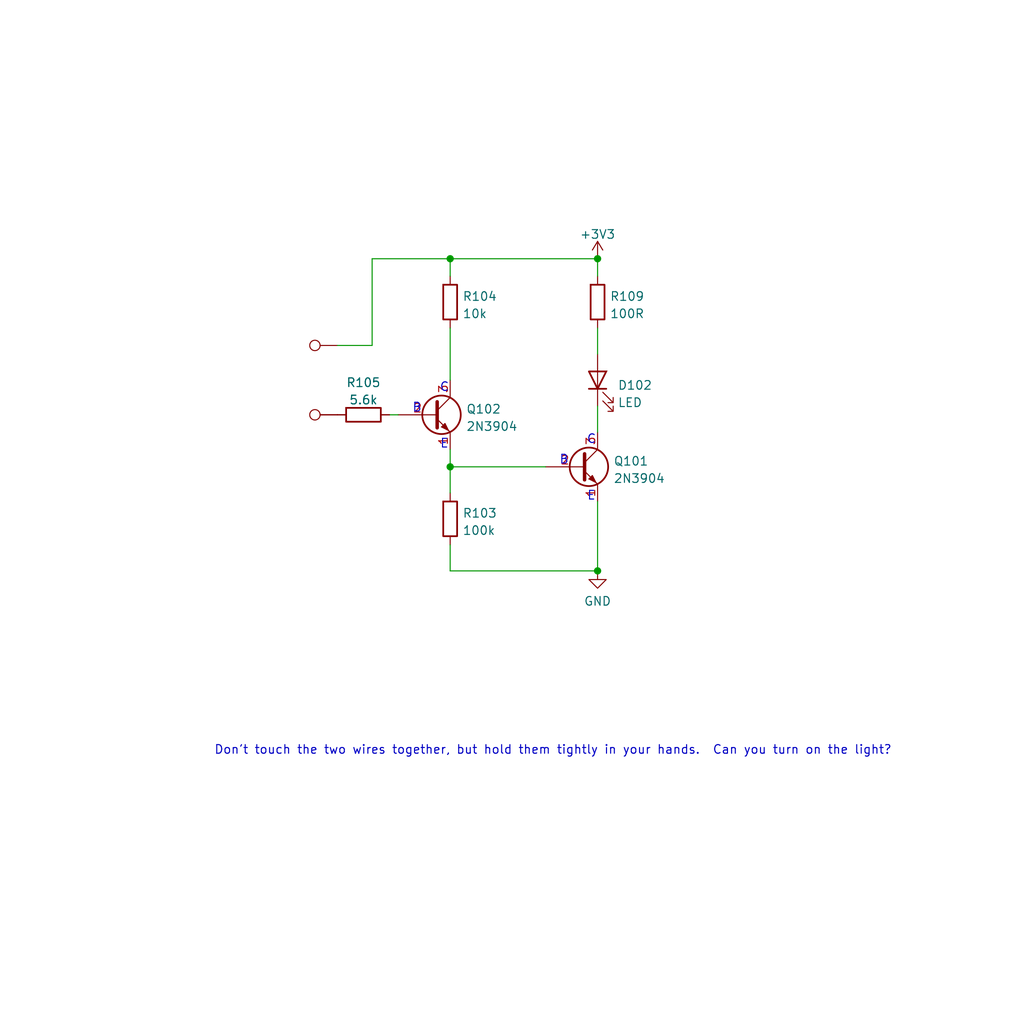
<source format=kicad_sch>
(kicad_sch (version 20211123) (generator eeschema)
  (paper "User" 150.012 150.012)
  (lib_symbols
    (symbol "Connector:TestPoint" (pin_numbers hide) (pin_names (offset 0.762) hide)
      (property "Reference" "TP" (at 0 6.858 0))
      (property "Value" "TestPoint" (at 0 5.08 0))
      (symbol "TestPoint_0_1"
        (circle (center 0 3.302) (radius 0.762))
      )
      (symbol "TestPoint_1_1"
        (pin passive line (at 0 0 90) (length 2.54) (name "1") (number "1"))
      )
    )
    (symbol "Device:LED" (pin_numbers hide) (pin_names (offset 1.016) hide)
      (property "Reference" "D" (at 0 2.54 0))
      (property "Value" "LED" (at 0 -2.54 0))
      (symbol "LED_0_1"
        (polyline (pts (xy -1.27 -1.27) (xy -1.27 1.27)) (stroke (width 0.254)))
        (polyline (pts (xy -1.27 0) (xy 1.27 0)))
        (polyline (pts (xy 1.27 -1.27) (xy 1.27 1.27) (xy -1.27 0) (xy 1.27 -1.27)) (stroke (width 0.254)))
        (polyline (pts (xy -3.048 -0.762) (xy -4.572 -2.286) (xy -3.81 -2.286) (xy -4.572 -2.286) (xy -4.572 -1.524)))
        (polyline (pts (xy -1.778 -0.762) (xy -3.302 -2.286) (xy -2.54 -2.286) (xy -3.302 -2.286) (xy -3.302 -1.524)))
      )
      (symbol "LED_1_1"
        (pin passive line (at -3.81 0 0) (length 2.54) (name "K") (number "1"))
        (pin passive line (at 3.81 0 180) (length 2.54) (name "A") (number "2"))
      )
    )
    (symbol "Device:R" (pin_numbers hide) (pin_names (offset 0))
      (property "Reference" "R" (at 2.032 0 90))
      (property "Value" "R" (at 0 0 90))
      (symbol "R_0_1"
        (rectangle (start -1.016 -2.54) (end 1.016 2.54) (stroke (width 0.254)))
      )
      (symbol "R_1_1"
        (pin passive line (at 0 3.81 270) (length 1.27) (name "~") (number "1"))
        (pin passive line (at 0 -3.81 90) (length 1.27) (name "~") (number "2"))
      )
    )
    (symbol "Transistor_BJT:2N3904" (pin_names (offset 0) hide)
      (property "Reference" "Q" (at 5.08 1.905 0))
      (property "Value" "2N3904" (at 5.08 0 0))
      (symbol "2N3904_0_1"
        (polyline (pts (xy 0.635 0.635) (xy 2.54 2.54)))
        (polyline (pts (xy 0.635 -0.635) (xy 2.54 -2.54) (xy 2.54 -2.54)))
        (polyline (pts (xy 0.635 1.905) (xy 0.635 -1.905) (xy 0.635 -1.905)) (stroke (width 0.508)))
        (polyline (pts (xy 1.27 -1.778) (xy 1.778 -1.27) (xy 2.286 -2.286) (xy 1.27 -1.778) (xy 1.27 -1.778)) (fill (type outline)))
        (circle (center 1.27 0) (radius 2.8194) (stroke (width 0.254)))
      )
      (symbol "2N3904_1_1"
        (pin passive line (at 2.54 -5.08 90) (length 2.54) (name "E") (number "1"))
        (pin passive line (at -5.08 0 0) (length 5.715) (name "B") (number "2"))
        (pin passive line (at 2.54 5.08 270) (length 2.54) (name "C") (number "3"))
      )
    )
    (symbol "power:+3V3" (power) (pin_names (offset 0))
      (property "Value" "+3V3" (at 0 3.556 0))
      (symbol "+3V3_0_1"
        (polyline (pts (xy -0.762 1.27) (xy 0 2.54)))
        (polyline (pts (xy 0 0) (xy 0 2.54)))
        (polyline (pts (xy 0 2.54) (xy 0.762 1.27)))
      )
      (symbol "+3V3_1_1"
        (pin power_in line (at 0 0 90) (length 0) hide (name "+3V3") (number "1"))
      )
    )
    (symbol "power:GND" (power) (pin_names (offset 0))
      (property "Value" "GND" (at 0 -3.81 0))
      (symbol "GND_0_1"
        (polyline (pts (xy 0 0) (xy 0 -1.27) (xy 1.27 -1.27) (xy 0 -2.54) (xy -1.27 -1.27) (xy 0 -1.27)))
      )
      (symbol "GND_1_1"
        (pin power_in line (at 0 0 270) (length 0) hide (name "GND") (number "1"))
      )
    )
  )
  (junction (at 65.9384 68.3768))
  (junction (at 87.5284 83.6168))
  (junction (at 65.9384 37.8968))
  (junction (at 87.5284 37.8968))
  (wire (pts (xy 65.9384 68.3768) (xy 65.9384 72.1868)))
  (wire (pts (xy 87.5284 73.4568) (xy 87.5284 83.6168)))
  (wire (pts (xy 54.5084 50.5968) (xy 54.5084 37.8968)))
  (wire (pts (xy 65.9384 83.6168) (xy 65.9384 79.8068)))
  (wire (pts (xy 87.5284 48.0568) (xy 87.5284 51.8668)))
  (wire (pts (xy 54.5084 37.8968) (xy 65.9384 37.8968)))
  (wire (pts (xy 65.9384 37.8968) (xy 65.9384 40.4368)))
  (wire (pts (xy 87.5284 37.8968) (xy 65.9384 37.8968)))
  (wire (pts (xy 87.5284 40.4368) (xy 87.5284 37.8968)))
  (wire (pts (xy 87.5284 59.4868) (xy 87.5284 63.2968)))
  (wire (pts (xy 65.9384 68.3768) (xy 79.9084 68.3768)))
  (wire (pts (xy 87.5284 83.6168) (xy 65.9384 83.6168)))
  (wire (pts (xy 65.9384 65.8368) (xy 65.9384 68.3768)))
  (wire (pts (xy 65.9384 48.0568) (xy 65.9384 55.6768)))
  (wire (pts (xy 49.4284 50.5968) (xy 54.5084 50.5968)))
  (wire (pts (xy 57.0484 60.7568) (xy 58.3184 60.7568)))
  (text "C" (at 64.3636 57.6072 0) (effects (font (size 1.27 1.27)) (justify left bottom)))
  (text "C" (at 85.9028 65.2272 0) (effects (font (size 1.27 1.27)) (justify left bottom)))
  (text "E" (at 64.4144 65.8876 0) (effects (font (size 1.27 1.27)) (justify left bottom)))
  (text "B" (at 81.8896 68.2244 0) (effects (font (size 1.27 1.27)) (justify left bottom)))
  (text "B" (at 60.3504 60.6044 0) (effects (font (size 1.27 1.27)) (justify left bottom)))
  (text "Don't touch the two wires together, but hold them tightly in your hands.  Can you turn on the light?" (at 31.3436 110.744 0) (effects (font (size 1.27 1.27)) (justify left bottom)))
  (text "E" (at 85.9536 73.5076 0) (effects (font (size 1.27 1.27)) (justify left bottom)))
  (symbol (lib_id "power:GND") (at 87.5284 83.6168 0) (unit 1)
    (property "Reference" "#PWR024" (effects hide))
    (property "Value" "GND" (at 87.5284 88.0602 0))
  )
  (symbol (lib_id "Transistor_BJT:2N3904") (at 63.3984 60.7568 0) (unit 1)
    (property "Reference" "Q102" (at 68.2498 59.9221 0) (effects (justify left)))
    (property "Value" "2N3904" (at 68.2498 62.459 0) (effects (justify left)))
    (property "Footprint" "Package_TO_SOT_THT:TO-92_Inline" (effects hide))
    (property "Datasheet" "https://www.onsemi.com/pub/Collateral/2N3903-D.PDF" (effects hide))
  )
  (symbol (lib_id "Device:R") (at 65.9384 75.9968 0) (unit 1)
    (property "Reference" "R103" (at 67.7164 75.1621 0) (effects (justify left)))
    (property "Value" "100k" (at 67.7164 77.699 0) (effects (justify left)))
  )
  (symbol (lib_id "Device:R") (at 65.9384 44.2468 0) (unit 1)
    (property "Reference" "R104" (at 67.7164 43.4121 0) (effects (justify left)))
    (property "Value" "10k" (at 67.7164 45.949 0) (effects (justify left)))
  )
  (symbol (lib_id "Device:R") (at 87.5284 44.2468 0) (unit 1)
    (property "Reference" "R109" (at 89.3064 43.4121 0) (effects (justify left)))
    (property "Value" "100R" (at 89.3064 45.949 0) (effects (justify left)))
  )
  (symbol (lib_id "power:+3V3") (at 87.5284 37.8968 0) (unit 1)
    (property "Reference" "#PWR?" (effects hide))
    (property "Value" "+3V3" (at 87.5284 34.321 0))
  )
  (symbol (lib_id "Connector:TestPoint") (at 49.4284 60.7568 90) (unit 1) (in_bom no) (on_board no)
    (property "Reference" "TP11" (effects hide))
    (property "Value" "TestPoint" (effects hide))
  )
  (symbol (lib_id "Connector:TestPoint") (at 49.4284 50.5968 90) (unit 1) (in_bom no) (on_board no)
    (property "Reference" "TP10" (effects hide))
    (property "Value" "TestPoint" (effects hide))
  )
  (symbol (lib_id "Device:R") (at 53.2384 60.7568 90) (unit 1)
    (property "Reference" "R105" (at 53.2384 56.041 90))
    (property "Value" "5.6k" (at 53.2384 58.5779 90))
  )
  (symbol (lib_id "Transistor_BJT:2N3904") (at 84.9884 68.3768 0) (unit 1)
    (property "Reference" "Q101" (at 89.8398 67.5421 0) (effects (justify left)))
    (property "Value" "2N3904" (at 89.8398 70.079 0) (effects (justify left)))
    (property "Footprint" "Package_TO_SOT_THT:TO-92_Inline" (effects hide))
    (property "Datasheet" "https://www.onsemi.com/pub/Collateral/2N3903-D.PDF" (effects hide))
  )
  (symbol (lib_id "Device:LED") (at 87.5284 55.6768 90) (unit 1)
    (property "Reference" "D102" (at 90.4494 56.4296 90) (effects (justify right)))
    (property "Value" "LED" (at 90.4494 58.9665 90) (effects (justify right)))
  )
)
</source>
